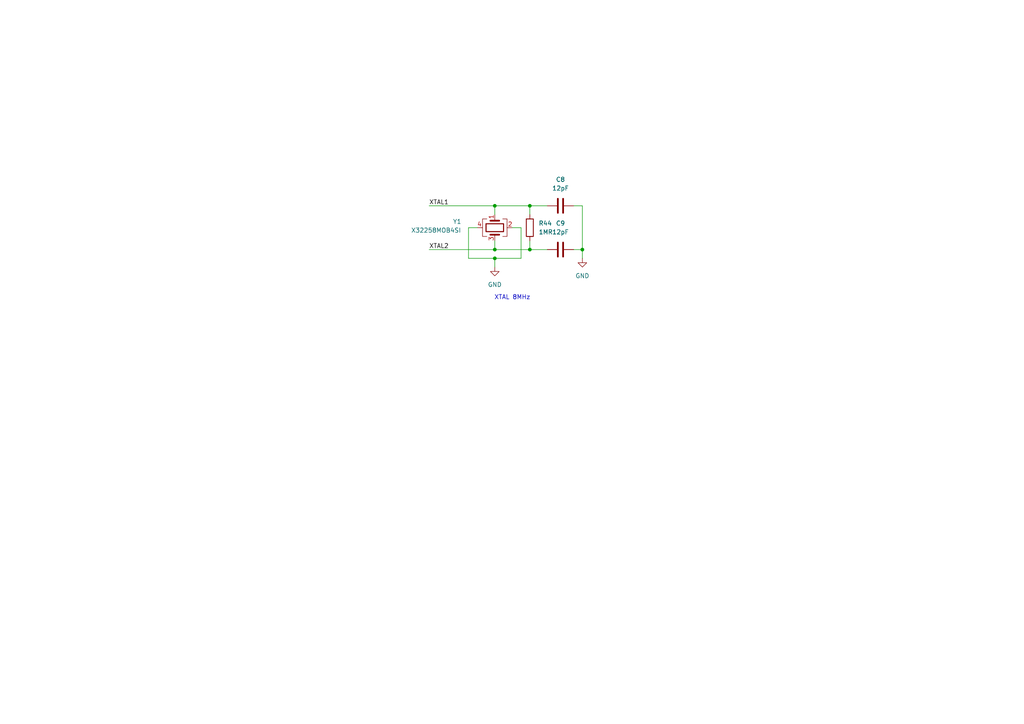
<source format=kicad_sch>
(kicad_sch (version 20250114) (generator "eeschema") (generator_version "9.0")
  (paper "A4")
  (lib_symbols
    (symbol "Device:C" (pin_numbers (hide yes)) (pin_names (offset 0.254))
      (property "Reference" "C" (at 0.635 2.54 0))
      (property "Value" "C" (at 0.635 -2.54 0))
      (symbol "C_0_1"
        (polyline (pts (xy -2.032 0.762) (xy 2.032 0.762)) (stroke (width 0.508)))
        (polyline (pts (xy -2.032 -0.762) (xy 2.032 -0.762)) (stroke (width 0.508)))
      )
      (symbol "C_1_1"
        (pin passive line (at 0 3.81 270) (length 2.794) (name "~") (number "1"))
        (pin passive line (at 0 -3.81 90) (length 2.794) (name "~") (number "2"))
      )
    )
    (symbol "Device:Crystal_GND24" (pin_names (offset 1.016) (hide yes))
      (property "Reference" "Y" (at 3.175 5.08 0))
      (property "Value" "Crystal_GND24" (at 3.175 3.175 0))
      (symbol "Crystal_GND24_0_1"
        (polyline (pts (xy -2.54 2.286) (xy -2.54 3.556) (xy 2.54 3.556) (xy 2.54 2.286)))
        (polyline (pts (xy -2.54 0) (xy -2.032 0)))
        (polyline (pts (xy -2.54 -2.286) (xy -2.54 -3.556) (xy 2.54 -3.556) (xy 2.54 -2.286)))
        (polyline (pts (xy -2.032 -1.27) (xy -2.032 1.27)) (stroke (width 0.508)))
        (rectangle (start -1.143 2.54) (end 1.143 -2.54) (stroke (width 0.3048)))
        (polyline (pts (xy 0 3.556) (xy 0 3.81)))
        (polyline (pts (xy 0 -3.81) (xy 0 -3.556)))
        (polyline (pts (xy 2.032 0) (xy 2.54 0)))
        (polyline (pts (xy 2.032 -1.27) (xy 2.032 1.27)) (stroke (width 0.508)))
      )
      (symbol "Crystal_GND24_1_1"
        (pin passive line (at -3.81 0 0) (length 1.27) (name "1") (number "1"))
        (pin passive line (at 0 5.08 270) (length 1.27) (name "2") (number "2"))
        (pin passive line (at 0 -5.08 90) (length 1.27) (name "4") (number "4"))
        (pin passive line (at 3.81 0 180) (length 1.27) (name "3") (number "3"))
      )
    )
    (symbol "Device:R" (pin_numbers (hide yes)) (pin_names (offset 0))
      (property "Reference" "R" (at 2.032 0 90))
      (property "Value" "R" (at 0 0 90))
      (symbol "R_0_1"
        (rectangle (start -1.016 -2.54) (end 1.016 2.54) (stroke (width 0.254)))
      )
      (symbol "R_1_1"
        (pin passive line (at 0 3.81 270) (length 1.27) (name "~") (number "1"))
        (pin passive line (at 0 -3.81 90) (length 1.27) (name "~") (number "2"))
      )
    )
    (symbol "power:GND" (power) (pin_numbers (hide yes)) (pin_names (offset 0) (hide yes))
      (property "Value" "GND" (at 0 -3.81 0))
      (symbol "GND_0_1"
        (polyline (pts (xy 0 0) (xy 0 -1.27) (xy 1.27 -1.27) (xy 0 -2.54) (xy -1.27 -1.27) (xy 0 -1.27)))
      )
      (symbol "GND_1_1"
        (pin power_in line (at 0 0 270) (length 0) (name "~") (number "1"))
      )
    )
  )
  (text "XTAL 8MHz" (at 148.59 86.36 0) (effects (font (size 1.27 1.27))))
  (junction (at 143.51 74.93))
  (junction (at 168.91 72.39))
  (junction (at 143.51 72.39))
  (junction (at 153.67 59.69))
  (junction (at 143.51 59.69))
  (junction (at 153.67 72.39))
  (wire (pts (xy 168.91 72.39) (xy 168.91 59.69)))
  (wire (pts (xy 153.67 69.85) (xy 153.67 72.39)))
  (wire (pts (xy 143.51 74.93) (xy 143.51 77.47)))
  (wire (pts (xy 135.89 74.93) (xy 143.51 74.93)))
  (wire (pts (xy 138.43 66.04) (xy 135.89 66.04)))
  (wire (pts (xy 143.51 72.39) (xy 153.67 72.39)))
  (wire (pts (xy 153.67 59.69) (xy 153.67 62.23)))
  (wire (pts (xy 166.37 72.39) (xy 168.91 72.39)))
  (wire (pts (xy 168.91 59.69) (xy 166.37 59.69)))
  (wire (pts (xy 151.13 66.04) (xy 148.59 66.04)))
  (wire (pts (xy 143.51 59.69) (xy 153.67 59.69)))
  (wire (pts (xy 168.91 74.93) (xy 168.91 72.39)))
  (wire (pts (xy 135.89 66.04) (xy 135.89 74.93)))
  (wire (pts (xy 151.13 74.93) (xy 151.13 66.04)))
  (wire (pts (xy 143.51 74.93) (xy 151.13 74.93)))
  (wire (pts (xy 143.51 69.85) (xy 143.51 72.39)))
  (wire (pts (xy 153.67 59.69) (xy 158.75 59.69)))
  (wire (pts (xy 124.46 72.39) (xy 143.51 72.39)))
  (wire (pts (xy 143.51 62.23) (xy 143.51 59.69)))
  (wire (pts (xy 153.67 72.39) (xy 158.75 72.39)))
  (wire (pts (xy 124.46 59.69) (xy 143.51 59.69)))
  (label "XTAL2" (at 124.46 72.39 0))
  (label "XTAL1" (at 124.46 59.69 0))
  (symbol (lib_id "power:GND") (at 168.91 74.93 0) (unit 1)
    (property "Reference" "#PWR015" (effects (hide yes)))
    (property "Value" "GND" (at 168.91 80.01 0))
    (property "Description" "Power symbol creates a global label with name \"GND\" , ground" (effects (hide yes)))
  )
  (symbol (lib_id "Device:C") (at 162.56 59.69 90) (unit 1)
    (property "Reference" "C8" (at 162.56 52.07 90))
    (property "Value" "12pF" (at 162.56 54.61 90))
    (property "Footprint" "Capacitor_SMD:C_0603_1608Metric" (effects (hide yes)))
    (property "Description" "Unpolarized capacitor" (effects (hide yes)))
  )
  (symbol (lib_id "Device:Crystal_GND24") (at 143.51 66.04 270) (unit 1)
    (property "Reference" "Y1" (at 132.588 64.262 90))
    (property "Value" "X32258MOB4SI" (at 126.492 66.802 90))
    (property "Footprint" "Crystal:Crystal_SMD_3225-4Pin_3.2x2.5mm" (effects (hide yes)))
    (property "Description" "Four pin crystal, GND on pins 2 and 4" (effects (hide yes)))
    (property "Part No." "X32258MOB4SI" (effects (hide yes)))
    (property "Vendor" "YXC" (effects (hide yes)))
  )
  (symbol (lib_id "Device:R") (at 153.67 66.04 0) (unit 1)
    (property "Reference" "R44" (at 156.21 64.7699 0) (effects (justify left)))
    (property "Value" "1MR" (at 156.21 67.3099 0) (effects (justify left)))
    (property "Footprint" "Capacitor_SMD:C_0603_1608Metric" (effects (hide yes)))
    (property "Description" "Resistor" (effects (hide yes)))
  )
  (symbol (lib_id "Device:C") (at 162.56 72.39 90) (unit 1)
    (property "Reference" "C9" (at 162.56 64.77 90))
    (property "Value" "12pF" (at 162.56 67.31 90))
    (property "Footprint" "Capacitor_SMD:C_0603_1608Metric" (effects (hide yes)))
    (property "Description" "Unpolarized capacitor" (effects (hide yes)))
  )
  (symbol (lib_id "power:GND") (at 143.51 77.47 0) (unit 1)
    (property "Reference" "#PWR010" (effects (hide yes)))
    (property "Value" "GND" (at 143.51 82.55 0))
    (property "Description" "Power symbol creates a global label with name \"GND\" , ground" (effects (hide yes)))
  )
)
</source>
